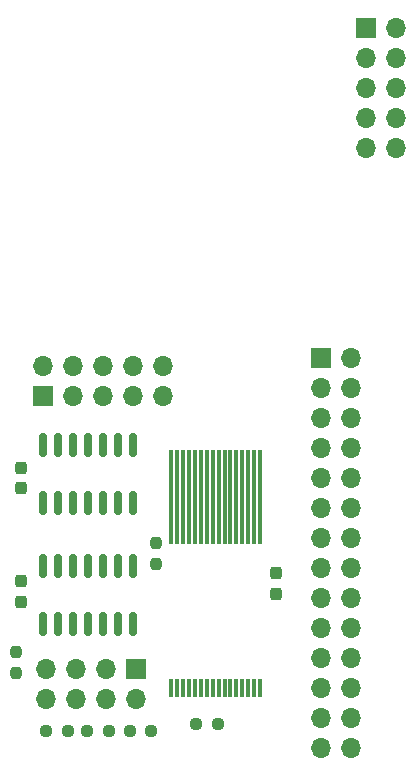
<source format=gbr>
%TF.GenerationSoftware,KiCad,Pcbnew,8.0.8-8.0.8-0~ubuntu24.04.1*%
%TF.CreationDate,2025-02-10T11:28:00-08:00*%
%TF.ProjectId,mem_ext_board,6d656d5f-6578-4745-9f62-6f6172642e6b,rev?*%
%TF.SameCoordinates,Original*%
%TF.FileFunction,Soldermask,Top*%
%TF.FilePolarity,Negative*%
%FSLAX46Y46*%
G04 Gerber Fmt 4.6, Leading zero omitted, Abs format (unit mm)*
G04 Created by KiCad (PCBNEW 8.0.8-8.0.8-0~ubuntu24.04.1) date 2025-02-10 11:28:00*
%MOMM*%
%LPD*%
G01*
G04 APERTURE LIST*
G04 Aperture macros list*
%AMRoundRect*
0 Rectangle with rounded corners*
0 $1 Rounding radius*
0 $2 $3 $4 $5 $6 $7 $8 $9 X,Y pos of 4 corners*
0 Add a 4 corners polygon primitive as box body*
4,1,4,$2,$3,$4,$5,$6,$7,$8,$9,$2,$3,0*
0 Add four circle primitives for the rounded corners*
1,1,$1+$1,$2,$3*
1,1,$1+$1,$4,$5*
1,1,$1+$1,$6,$7*
1,1,$1+$1,$8,$9*
0 Add four rect primitives between the rounded corners*
20,1,$1+$1,$2,$3,$4,$5,0*
20,1,$1+$1,$4,$5,$6,$7,0*
20,1,$1+$1,$6,$7,$8,$9,0*
20,1,$1+$1,$8,$9,$2,$3,0*%
G04 Aperture macros list end*
%ADD10RoundRect,0.075000X0.075000X-0.712500X0.075000X0.712500X-0.075000X0.712500X-0.075000X-0.712500X0*%
%ADD11RoundRect,0.075000X0.075000X-3.925000X0.075000X3.925000X-0.075000X3.925000X-0.075000X-3.925000X0*%
%ADD12RoundRect,0.237500X0.250000X0.237500X-0.250000X0.237500X-0.250000X-0.237500X0.250000X-0.237500X0*%
%ADD13RoundRect,0.237500X-0.250000X-0.237500X0.250000X-0.237500X0.250000X0.237500X-0.250000X0.237500X0*%
%ADD14RoundRect,0.150000X0.150000X-0.825000X0.150000X0.825000X-0.150000X0.825000X-0.150000X-0.825000X0*%
%ADD15RoundRect,0.237500X-0.237500X0.250000X-0.237500X-0.250000X0.237500X-0.250000X0.237500X0.250000X0*%
%ADD16R,1.700000X1.700000*%
%ADD17O,1.700000X1.700000*%
%ADD18RoundRect,0.237500X-0.237500X0.300000X-0.237500X-0.300000X0.237500X-0.300000X0.237500X0.300000X0*%
%ADD19RoundRect,0.237500X0.237500X-0.250000X0.237500X0.250000X-0.237500X0.250000X-0.237500X-0.250000X0*%
%ADD20RoundRect,0.237500X0.237500X-0.300000X0.237500X0.300000X-0.237500X0.300000X-0.237500X-0.300000X0*%
G04 APERTURE END LIST*
D10*
%TO.C,U2*%
X150951547Y-106680000D03*
X151451547Y-106680000D03*
X151951547Y-106680000D03*
X152451547Y-106680000D03*
X152951547Y-106680000D03*
X153451547Y-106680000D03*
X153951547Y-106680000D03*
X154451547Y-106680000D03*
X154951547Y-106680000D03*
X155451547Y-106680000D03*
X155951547Y-106680000D03*
X156451547Y-106680000D03*
X156951547Y-106680000D03*
X157451547Y-106680000D03*
X157951547Y-106680000D03*
X158451547Y-106680000D03*
D11*
X158451547Y-90492500D03*
X157951547Y-90492500D03*
X157451547Y-90492500D03*
X156951547Y-90492500D03*
X156451547Y-90492500D03*
X155951547Y-90492500D03*
X155451547Y-90492500D03*
X154951547Y-90492500D03*
X154451547Y-90492500D03*
X153951547Y-90492500D03*
X153451547Y-90492500D03*
X152951547Y-90492500D03*
X152451547Y-90492500D03*
X151951547Y-90492500D03*
X151451547Y-90492500D03*
X150951547Y-90492500D03*
%TD*%
D12*
%TO.C,R6*%
X154872047Y-109728000D03*
X153047047Y-109728000D03*
%TD*%
D13*
%TO.C,R1*%
X147444047Y-110300000D03*
X149269047Y-110300000D03*
%TD*%
D14*
%TO.C,U1*%
X140096547Y-91017500D03*
X141366547Y-91017500D03*
X142636547Y-91017500D03*
X143906547Y-91017500D03*
X145176547Y-91017500D03*
X146446547Y-91017500D03*
X147716547Y-91017500D03*
X147716547Y-86067500D03*
X146446547Y-86067500D03*
X145176547Y-86067500D03*
X143906547Y-86067500D03*
X142636547Y-86067500D03*
X141366547Y-86067500D03*
X140096547Y-86067500D03*
%TD*%
%TO.C,U4*%
X140096547Y-101242500D03*
X141366547Y-101242500D03*
X142636547Y-101242500D03*
X143906547Y-101242500D03*
X145176547Y-101242500D03*
X146446547Y-101242500D03*
X147716547Y-101242500D03*
X147716547Y-96292500D03*
X146446547Y-96292500D03*
X145176547Y-96292500D03*
X143906547Y-96292500D03*
X142636547Y-96292500D03*
X141366547Y-96292500D03*
X140096547Y-96292500D03*
%TD*%
D15*
%TO.C,R5*%
X149641547Y-94337500D03*
X149641547Y-96162500D03*
%TD*%
D16*
%TO.C,J2*%
X147956547Y-105025000D03*
D17*
X147956547Y-107565000D03*
X145416547Y-105025000D03*
X145416547Y-107565000D03*
X142876547Y-105025000D03*
X142876547Y-107565000D03*
X140336547Y-105025000D03*
X140336547Y-107565000D03*
%TD*%
D18*
%TO.C,C2*%
X138191547Y-88022500D03*
X138191547Y-89747500D03*
%TD*%
D19*
%TO.C,R2*%
X137756547Y-105412500D03*
X137756547Y-103587500D03*
%TD*%
D13*
%TO.C,R4*%
X140344047Y-110300000D03*
X142169047Y-110300000D03*
%TD*%
D20*
%TO.C,C1*%
X159801547Y-98652500D03*
X159801547Y-96927500D03*
%TD*%
D13*
%TO.C,R3*%
X143844047Y-110300000D03*
X145669047Y-110300000D03*
%TD*%
D18*
%TO.C,C3*%
X138191547Y-97612500D03*
X138191547Y-99337500D03*
%TD*%
D16*
%TO.C,J1*%
X140116547Y-81915000D03*
D17*
X140116547Y-79375000D03*
X142656547Y-81915000D03*
X142656547Y-79375000D03*
X145196547Y-81915000D03*
X145196547Y-79375000D03*
X147736547Y-81915000D03*
X147736547Y-79375000D03*
X150276547Y-81915000D03*
X150276547Y-79375000D03*
%TD*%
D16*
%TO.C,J4*%
X167421547Y-50800000D03*
D17*
X169961547Y-50800000D03*
X167421547Y-53340000D03*
X169961547Y-53340000D03*
X167421547Y-55880000D03*
X169961547Y-55880000D03*
X167421547Y-58420000D03*
X169961547Y-58420000D03*
X167421547Y-60960000D03*
X169961547Y-60960000D03*
%TD*%
D16*
%TO.C,J3*%
X163611547Y-78740000D03*
D17*
X166151547Y-78740000D03*
X163611547Y-81280000D03*
X166151547Y-81280000D03*
X163611547Y-83820000D03*
X166151547Y-83820000D03*
X163611547Y-86360000D03*
X166151547Y-86360000D03*
X163611547Y-88900000D03*
X166151547Y-88900000D03*
X163611547Y-91440000D03*
X166151547Y-91440000D03*
X163611547Y-93980000D03*
X166151547Y-93980000D03*
X163611547Y-96520000D03*
X166151547Y-96520000D03*
X163611547Y-99060000D03*
X166151547Y-99060000D03*
X163611547Y-101600000D03*
X166151547Y-101600000D03*
X163611547Y-104140000D03*
X166151547Y-104140000D03*
X163611547Y-106680000D03*
X166151547Y-106680000D03*
X163611547Y-109220000D03*
X166151547Y-109220000D03*
X163611547Y-111760000D03*
X166151547Y-111760000D03*
%TD*%
M02*

</source>
